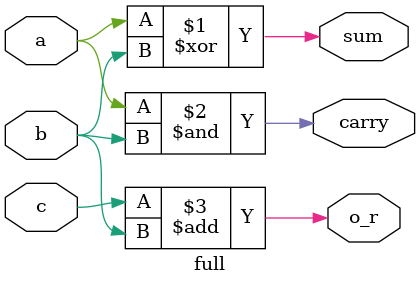
<source format=v>

module full (

    output wire sum , carry , o_r ,
    input wire a , b , c 
    
    
);

assign sum = a ^ b;
assign carry = a & b;
assign o_r = c + b;

endmodule
</source>
